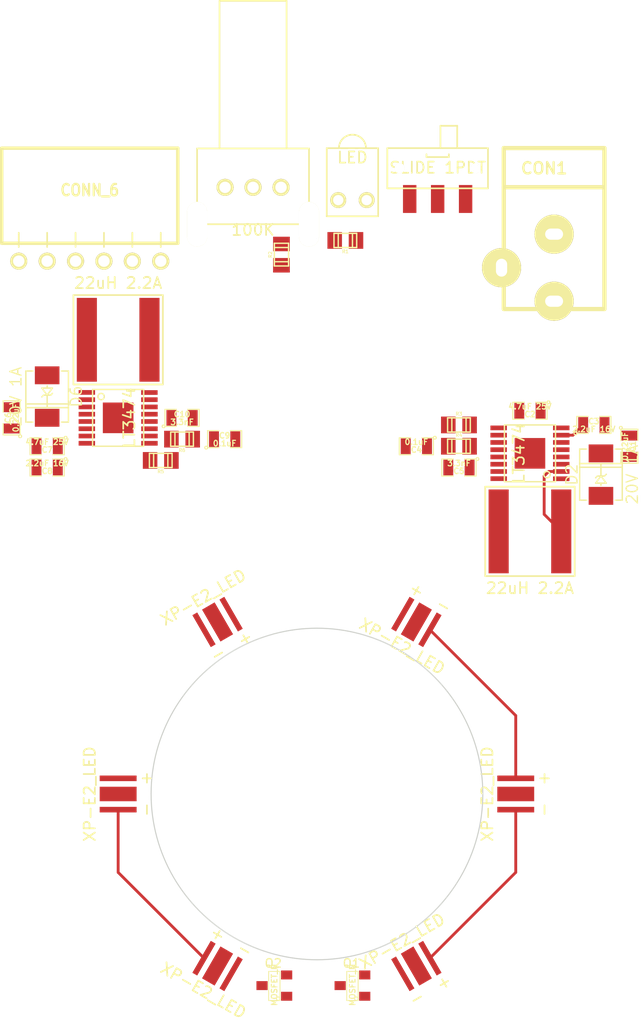
<source format=kicad_pcb>
(kicad_pcb (version 3) (host pcbnew "(2013-07-07 BZR 4022)-stable")

  (general
    (links 75)
    (no_connects 70)
    (area -28.575 -71.247 29.083 20.828)
    (thickness 1.6)
    (drawings 1)
    (tracks 12)
    (zones 0)
    (modules 35)
    (nets 29)
  )

  (page USLetter)
  (title_block 
    (title LED_Spotlight)
    (rev 1.0)
    (company "Rice University")
    (comment 1 "Adam Samaniego")
  )

  (layers
    (15 F.Cu signal)
    (0 B.Cu signal)
    (16 B.Adhes user hide)
    (17 F.Adhes user hide)
    (18 B.Paste user hide)
    (19 F.Paste user hide)
    (20 B.SilkS user hide)
    (21 F.SilkS user)
    (22 B.Mask user hide)
    (23 F.Mask user hide)
    (24 Dwgs.User user)
    (25 Cmts.User user)
    (26 Eco1.User user)
    (27 Eco2.User user)
    (28 Edge.Cuts user)
  )

  (setup
    (last_trace_width 0.254)
    (trace_clearance 0.254)
    (zone_clearance 0.508)
    (zone_45_only yes)
    (trace_min 0.254)
    (segment_width 0.2)
    (edge_width 0.1)
    (via_size 0.889)
    (via_drill 0.635)
    (via_min_size 0.889)
    (via_min_drill 0.508)
    (uvia_size 0.508)
    (uvia_drill 0.127)
    (uvias_allowed no)
    (uvia_min_size 0.508)
    (uvia_min_drill 0.127)
    (pcb_text_width 0.3)
    (pcb_text_size 1.5 1.5)
    (mod_edge_width 0.15)
    (mod_text_size 1 1)
    (mod_text_width 0.15)
    (pad_size 1.3 3.3)
    (pad_drill 0)
    (pad_to_mask_clearance 0)
    (aux_axis_origin 0 0)
    (visible_elements FFFFFFAF)
    (pcbplotparams
      (layerselection 3178497)
      (usegerberextensions true)
      (excludeedgelayer true)
      (linewidth 0.150000)
      (plotframeref false)
      (viasonmask false)
      (mode 1)
      (useauxorigin false)
      (hpglpennumber 1)
      (hpglpenspeed 20)
      (hpglpendiameter 15)
      (hpglpenoverlay 2)
      (psnegative false)
      (psa4output false)
      (plotreference true)
      (plotvalue true)
      (plotothertext true)
      (plotinvisibletext false)
      (padsonsilk false)
      (subtractmaskfromsilk false)
      (outputformat 1)
      (mirror false)
      (drillshape 1)
      (scaleselection 1)
      (outputdirectory ""))
  )

  (net 0 "")
  (net 1 +12V)
  (net 2 /LED_ARRAY_1/LED_CATHODE)
  (net 3 /LED_ARRAY_1/SHDN)
  (net 4 /LED_ARRAY_1/TRIGGER)
  (net 5 /LED_ARRAY_1/V_ADJ)
  (net 6 /LED_ARRAY_1/V_REF)
  (net 7 /LED_ARRAY_2/LED_CATHODE)
  (net 8 GND)
  (net 9 N-0000012)
  (net 10 N-0000013)
  (net 11 N-0000014)
  (net 12 N-0000015)
  (net 13 N-0000016)
  (net 14 N-0000017)
  (net 15 N-0000018)
  (net 16 N-0000019)
  (net 17 N-0000022)
  (net 18 N-0000023)
  (net 19 N-0000024)
  (net 20 N-0000025)
  (net 21 N-0000026)
  (net 22 N-0000027)
  (net 23 N-0000028)
  (net 24 N-0000029)
  (net 25 N-000003)
  (net 26 N-0000030)
  (net 27 N-0000033)
  (net 28 N-0000034)

  (net_class Default "This is the default net class."
    (clearance 0.254)
    (trace_width 0.254)
    (via_dia 0.889)
    (via_drill 0.635)
    (uvia_dia 0.508)
    (uvia_drill 0.127)
    (add_net "")
    (add_net +12V)
    (add_net /LED_ARRAY_1/LED_CATHODE)
    (add_net /LED_ARRAY_1/SHDN)
    (add_net /LED_ARRAY_1/TRIGGER)
    (add_net /LED_ARRAY_1/V_ADJ)
    (add_net /LED_ARRAY_1/V_REF)
    (add_net /LED_ARRAY_2/LED_CATHODE)
    (add_net GND)
    (add_net N-0000012)
    (add_net N-0000013)
    (add_net N-0000014)
    (add_net N-0000015)
    (add_net N-0000016)
    (add_net N-0000019)
    (add_net N-0000022)
    (add_net N-0000023)
    (add_net N-0000024)
    (add_net N-0000025)
    (add_net N-0000026)
    (add_net N-0000027)
    (add_net N-000003)
    (add_net N-0000030)
    (add_net N-0000033)
    (add_net N-0000034)
  )

  (net_class High_current_LED ""
    (clearance 0.254)
    (trace_width 1.27)
    (via_dia 0.889)
    (via_drill 0.635)
    (uvia_dia 0.508)
    (uvia_drill 0.127)
    (add_net N-0000017)
    (add_net N-0000018)
    (add_net N-0000028)
    (add_net N-0000029)
  )

  (module tssop-16-thermal-pad   placed (layer F.Cu) (tedit 52D5B2FC) (tstamp 52D61585)
    (at -17.78 -33.655 270)
    (descr "TSSOP-16 thermal")
    (tags "tssop 16 thermal")
    (path /52D1E869/52D1CE12)
    (attr smd)
    (fp_text reference U2 (at 0 0.59944 270) (layer F.SilkS) hide
      (effects (font (size 0.70104 0.59944) (thickness 0.11938)))
    )
    (fp_text value LT3474 (at 0 -1.00076 270) (layer F.SilkS)
      (effects (font (size 1.00076 1.00076) (thickness 0.14986)))
    )
    (fp_circle (center -1.905 1.524) (end -2.032 1.778) (layer F.SilkS) (width 0.127))
    (fp_line (start 2.54 -2.286) (end -2.54 -2.286) (layer F.SilkS) (width 0.127))
    (fp_line (start -2.54 -2.286) (end -2.54 2.286) (layer F.SilkS) (width 0.127))
    (fp_line (start -2.54 2.286) (end 2.54 2.286) (layer F.SilkS) (width 0.127))
    (fp_line (start 2.54 2.286) (end 2.54 -2.286) (layer F.SilkS) (width 0.127))
    (pad 4 smd rect (at -0.32512 2.79908 270) (size 0.4191 1.47066)
      (layers F.Cu F.Paste F.Mask)
      (net 1 +12V)
    )
    (pad 5 smd rect (at 0.32512 2.79908 270) (size 0.4191 1.47066)
      (layers F.Cu F.Paste F.Mask)
      (net 21 N-0000026)
    )
    (pad 6 smd rect (at 0.97536 2.79908 270) (size 0.4191 1.47066)
      (layers F.Cu F.Paste F.Mask)
      (net 20 N-0000025)
    )
    (pad 7 smd rect (at 1.6256 2.79908 270) (size 0.4191 1.47066)
      (layers F.Cu F.Paste F.Mask)
      (net 27 N-0000033)
    )
    (pad 16 smd rect (at -2.26568 -2.794 270) (size 0.4191 1.47066)
      (layers F.Cu F.Paste F.Mask)
    )
    (pad 1 smd rect (at -2.27584 2.79908 270) (size 0.4191 1.47066)
      (layers F.Cu F.Paste F.Mask)
    )
    (pad 2 smd rect (at -1.6256 2.79908 270) (size 0.4191 1.47066)
      (layers F.Cu F.Paste F.Mask)
      (net 27 N-0000033)
    )
    (pad 3 smd rect (at -0.97536 2.79908 270) (size 0.4191 1.47066)
      (layers F.Cu F.Paste F.Mask)
      (net 22 N-0000027)
    )
    (pad 9 smd rect (at 2.27584 -2.79908 270) (size 0.4191 1.47066)
      (layers F.Cu F.Paste F.Mask)
      (net 19 N-0000024)
    )
    (pad 10 smd rect (at 1.6256 -2.79908 270) (size 0.4191 1.47066)
      (layers F.Cu F.Paste F.Mask)
      (net 3 /LED_ARRAY_1/SHDN)
    )
    (pad 11 smd rect (at 0.97536 -2.79908 270) (size 0.4191 1.47066)
      (layers F.Cu F.Paste F.Mask)
    )
    (pad 12 smd rect (at 0.32512 -2.79908 270) (size 0.4191 1.47066)
      (layers F.Cu F.Paste F.Mask)
      (net 28 N-0000034)
    )
    (pad 13 smd rect (at -0.32512 -2.79908 270) (size 0.4191 1.47066)
      (layers F.Cu F.Paste F.Mask)
      (net 5 /LED_ARRAY_1/V_ADJ)
    )
    (pad 14 smd rect (at -0.97536 -2.79908 270) (size 0.4191 1.47066)
      (layers F.Cu F.Paste F.Mask)
      (net 4 /LED_ARRAY_1/TRIGGER)
    )
    (pad 8 smd rect (at 2.27584 2.79908 270) (size 0.4191 1.47066)
      (layers F.Cu F.Paste F.Mask)
      (net 8 GND)
    )
    (pad 15 smd rect (at -1.6256 -2.794 270) (size 0.4191 1.47066)
      (layers F.Cu F.Paste F.Mask)
      (net 8 GND)
    )
    (pad 17 smd rect (at 0 0 270) (size 2.74 2.74)
      (layers F.Cu F.Paste F.Mask)
      (net 8 GND)
    )
    (model smd/smd_dil/tssop-16.wrl
      (at (xyz 0 0 0))
      (scale (xyz 1 1 1))
      (rotate (xyz 0 0 0))
    )
  )

  (module tssop-16-thermal-pad   placed (layer F.Cu) (tedit 52D5B2FC) (tstamp 52D6159F)
    (at 19.05 -30.48 90)
    (descr "TSSOP-16 thermal")
    (tags "tssop 16 thermal")
    (path /52D1CCA6/52D1CE12)
    (attr smd)
    (fp_text reference U1 (at 0 0.59944 90) (layer F.SilkS) hide
      (effects (font (size 0.70104 0.59944) (thickness 0.11938)))
    )
    (fp_text value LT3474 (at 0 -1.00076 90) (layer F.SilkS)
      (effects (font (size 1.00076 1.00076) (thickness 0.14986)))
    )
    (fp_circle (center -1.905 1.524) (end -2.032 1.778) (layer F.SilkS) (width 0.127))
    (fp_line (start 2.54 -2.286) (end -2.54 -2.286) (layer F.SilkS) (width 0.127))
    (fp_line (start -2.54 -2.286) (end -2.54 2.286) (layer F.SilkS) (width 0.127))
    (fp_line (start -2.54 2.286) (end 2.54 2.286) (layer F.SilkS) (width 0.127))
    (fp_line (start 2.54 2.286) (end 2.54 -2.286) (layer F.SilkS) (width 0.127))
    (pad 4 smd rect (at -0.32512 2.79908 90) (size 0.4191 1.47066)
      (layers F.Cu F.Paste F.Mask)
      (net 1 +12V)
    )
    (pad 5 smd rect (at 0.32512 2.79908 90) (size 0.4191 1.47066)
      (layers F.Cu F.Paste F.Mask)
      (net 12 N-0000015)
    )
    (pad 6 smd rect (at 0.97536 2.79908 90) (size 0.4191 1.47066)
      (layers F.Cu F.Paste F.Mask)
      (net 10 N-0000013)
    )
    (pad 7 smd rect (at 1.6256 2.79908 90) (size 0.4191 1.47066)
      (layers F.Cu F.Paste F.Mask)
      (net 17 N-0000022)
    )
    (pad 16 smd rect (at -2.26568 -2.794 90) (size 0.4191 1.47066)
      (layers F.Cu F.Paste F.Mask)
    )
    (pad 1 smd rect (at -2.27584 2.79908 90) (size 0.4191 1.47066)
      (layers F.Cu F.Paste F.Mask)
    )
    (pad 2 smd rect (at -1.6256 2.79908 90) (size 0.4191 1.47066)
      (layers F.Cu F.Paste F.Mask)
      (net 17 N-0000022)
    )
    (pad 3 smd rect (at -0.97536 2.79908 90) (size 0.4191 1.47066)
      (layers F.Cu F.Paste F.Mask)
      (net 13 N-0000016)
    )
    (pad 9 smd rect (at 2.27584 -2.79908 90) (size 0.4191 1.47066)
      (layers F.Cu F.Paste F.Mask)
      (net 11 N-0000014)
    )
    (pad 10 smd rect (at 1.6256 -2.79908 90) (size 0.4191 1.47066)
      (layers F.Cu F.Paste F.Mask)
      (net 3 /LED_ARRAY_1/SHDN)
    )
    (pad 11 smd rect (at 0.97536 -2.79908 90) (size 0.4191 1.47066)
      (layers F.Cu F.Paste F.Mask)
      (net 6 /LED_ARRAY_1/V_REF)
    )
    (pad 12 smd rect (at 0.32512 -2.79908 90) (size 0.4191 1.47066)
      (layers F.Cu F.Paste F.Mask)
      (net 18 N-0000023)
    )
    (pad 13 smd rect (at -0.32512 -2.79908 90) (size 0.4191 1.47066)
      (layers F.Cu F.Paste F.Mask)
      (net 5 /LED_ARRAY_1/V_ADJ)
    )
    (pad 14 smd rect (at -0.97536 -2.79908 90) (size 0.4191 1.47066)
      (layers F.Cu F.Paste F.Mask)
      (net 4 /LED_ARRAY_1/TRIGGER)
    )
    (pad 8 smd rect (at 2.27584 2.79908 90) (size 0.4191 1.47066)
      (layers F.Cu F.Paste F.Mask)
      (net 8 GND)
    )
    (pad 15 smd rect (at -1.6256 -2.794 90) (size 0.4191 1.47066)
      (layers F.Cu F.Paste F.Mask)
      (net 8 GND)
    )
    (pad 17 smd rect (at 0 0 90) (size 2.74 2.74)
      (layers F.Cu F.Paste F.Mask)
      (net 8 GND)
    )
    (model smd/smd_dil/tssop-16.wrl
      (at (xyz 0 0 0))
      (scale (xyz 1 1 1))
      (rotate (xyz 0 0 0))
    )
  )

  (module SW_SPDT_slide_SMT   placed (layer F.Cu) (tedit 52D5B74C) (tstamp 52D615B2)
    (at 10.795 -53.2384 180)
    (path /52D1C07B)
    (fp_text reference SW1 (at 0 -2.54 180) (layer F.SilkS) hide
      (effects (font (size 1 1) (thickness 0.15)))
    )
    (fp_text value "SLIDE 1PDT" (at 0 2.8 180) (layer F.SilkS)
      (effects (font (size 1 1) (thickness 0.15)))
    )
    (fp_line (start -1 4) (end -1 3.75) (layer F.SilkS) (width 0.15))
    (fp_line (start -1 3.75) (end 1 3.75) (layer F.SilkS) (width 0.15))
    (fp_line (start 1 3.75) (end 1 4) (layer F.SilkS) (width 0.15))
    (fp_line (start -1.75 4.55) (end -1.75 6.55) (layer F.SilkS) (width 0.15))
    (fp_line (start -1.75 6.55) (end -0.25 6.55) (layer F.SilkS) (width 0.15))
    (fp_line (start -0.25 4.55) (end -0.25 6.55) (layer F.SilkS) (width 0.15))
    (fp_line (start -4.5 0.95) (end 4.5 0.95) (layer F.SilkS) (width 0.15))
    (fp_line (start 4.5 0.95) (end 4.5 4.55) (layer F.SilkS) (width 0.15))
    (fp_line (start -4.5 4.55) (end 4.5 4.55) (layer F.SilkS) (width 0.15))
    (fp_line (start -4.5 0.95) (end -4.5 4.55) (layer F.SilkS) (width 0.15))
    (pad 1 smd rect (at -2.5 0 180) (size 1.2 2.5)
      (layers F.Cu F.Paste F.Mask)
      (net 8 GND)
    )
    (pad 2 smd rect (at 0 0 180) (size 1.2 2.5)
      (layers F.Cu F.Paste F.Mask)
      (net 3 /LED_ARRAY_1/SHDN)
    )
    (pad 3 smd rect (at 2.5 0 180) (size 1.2 2.5)
      (layers F.Cu F.Paste F.Mask)
      (net 1 +12V)
    )
    (pad "" np_thru_hole circle (at 3.4 2.75 180) (size 0.9 0.9) (drill 0.9)
      (layers *.Cu *.Mask F.SilkS)
    )
    (pad "" np_thru_hole circle (at -3.4 2.75 180) (size 0.9 0.9) (drill 0.9)
      (layers *.Cu *.Mask F.SilkS)
    )
  )

  (module SOT23   placed (layer F.Cu) (tedit 5051A6D7) (tstamp 52D615BE)
    (at 3.175 17.145 90)
    (tags SOT23)
    (path /52D1C384)
    (fp_text reference Q1 (at 1.99898 -0.09906 180) (layer F.SilkS)
      (effects (font (size 0.762 0.762) (thickness 0.11938)))
    )
    (fp_text value MOSFET_N (at 0.0635 0 90) (layer F.SilkS)
      (effects (font (size 0.50038 0.50038) (thickness 0.09906)))
    )
    (fp_circle (center -1.17602 0.35052) (end -1.30048 0.44958) (layer F.SilkS) (width 0.07874))
    (fp_line (start 1.27 -0.508) (end 1.27 0.508) (layer F.SilkS) (width 0.07874))
    (fp_line (start -1.3335 -0.508) (end -1.3335 0.508) (layer F.SilkS) (width 0.07874))
    (fp_line (start 1.27 0.508) (end -1.3335 0.508) (layer F.SilkS) (width 0.07874))
    (fp_line (start -1.3335 -0.508) (end 1.27 -0.508) (layer F.SilkS) (width 0.07874))
    (pad 3 smd rect (at 0 -1.09982 90) (size 0.8001 1.00076)
      (layers F.Cu F.Paste F.Mask)
      (net 2 /LED_ARRAY_1/LED_CATHODE)
    )
    (pad 2 smd rect (at 0.9525 1.09982 90) (size 0.8001 1.00076)
      (layers F.Cu F.Paste F.Mask)
      (net 8 GND)
    )
    (pad 1 smd rect (at -0.9525 1.09982 90) (size 0.8001 1.00076)
      (layers F.Cu F.Paste F.Mask)
      (net 4 /LED_ARRAY_1/TRIGGER)
    )
    (model smd\SOT23_3.wrl
      (at (xyz 0 0 0))
      (scale (xyz 0.4 0.4 0.4))
      (rotate (xyz 0 0 180))
    )
  )

  (module SOT23   placed (layer F.Cu) (tedit 5051A6D7) (tstamp 52D615CA)
    (at -3.81 17.145 90)
    (tags SOT23)
    (path /52D1E859)
    (fp_text reference Q2 (at 1.99898 -0.09906 180) (layer F.SilkS)
      (effects (font (size 0.762 0.762) (thickness 0.11938)))
    )
    (fp_text value MOSFET_N (at 0.0635 0 90) (layer F.SilkS)
      (effects (font (size 0.50038 0.50038) (thickness 0.09906)))
    )
    (fp_circle (center -1.17602 0.35052) (end -1.30048 0.44958) (layer F.SilkS) (width 0.07874))
    (fp_line (start 1.27 -0.508) (end 1.27 0.508) (layer F.SilkS) (width 0.07874))
    (fp_line (start -1.3335 -0.508) (end -1.3335 0.508) (layer F.SilkS) (width 0.07874))
    (fp_line (start 1.27 0.508) (end -1.3335 0.508) (layer F.SilkS) (width 0.07874))
    (fp_line (start -1.3335 -0.508) (end 1.27 -0.508) (layer F.SilkS) (width 0.07874))
    (pad 3 smd rect (at 0 -1.09982 90) (size 0.8001 1.00076)
      (layers F.Cu F.Paste F.Mask)
      (net 7 /LED_ARRAY_2/LED_CATHODE)
    )
    (pad 2 smd rect (at 0.9525 1.09982 90) (size 0.8001 1.00076)
      (layers F.Cu F.Paste F.Mask)
      (net 8 GND)
    )
    (pad 1 smd rect (at -0.9525 1.09982 90) (size 0.8001 1.00076)
      (layers F.Cu F.Paste F.Mask)
      (net 4 /LED_ARRAY_1/TRIGGER)
    )
    (model smd\SOT23_3.wrl
      (at (xyz 0 0 0))
      (scale (xyz 0.4 0.4 0.4))
      (rotate (xyz 0 0 180))
    )
  )

  (module SM0805   placed (layer F.Cu) (tedit 5091495C) (tstamp 52D615D7)
    (at -24.13 -31.115 180)
    (path /52D1E869/52D1CECF)
    (attr smd)
    (fp_text reference C7 (at 0 -0.3175 180) (layer F.SilkS)
      (effects (font (size 0.50038 0.50038) (thickness 0.10922)))
    )
    (fp_text value "4.7uF 25V" (at 0 0.381 180) (layer F.SilkS)
      (effects (font (size 0.50038 0.50038) (thickness 0.10922)))
    )
    (fp_circle (center -1.651 0.762) (end -1.651 0.635) (layer F.SilkS) (width 0.09906))
    (fp_line (start -0.508 0.762) (end -1.524 0.762) (layer F.SilkS) (width 0.09906))
    (fp_line (start -1.524 0.762) (end -1.524 -0.762) (layer F.SilkS) (width 0.09906))
    (fp_line (start -1.524 -0.762) (end -0.508 -0.762) (layer F.SilkS) (width 0.09906))
    (fp_line (start 0.508 -0.762) (end 1.524 -0.762) (layer F.SilkS) (width 0.09906))
    (fp_line (start 1.524 -0.762) (end 1.524 0.762) (layer F.SilkS) (width 0.09906))
    (fp_line (start 1.524 0.762) (end 0.508 0.762) (layer F.SilkS) (width 0.09906))
    (pad 1 smd rect (at -0.9525 0 180) (size 0.889 1.397)
      (layers F.Cu F.Paste F.Mask)
      (net 1 +12V)
    )
    (pad 2 smd rect (at 0.9525 0 180) (size 0.889 1.397)
      (layers F.Cu F.Paste F.Mask)
      (net 8 GND)
    )
    (model smd/chip_cms.wrl
      (at (xyz 0 0 0))
      (scale (xyz 0.1 0.1 0.1))
      (rotate (xyz 0 0 0))
    )
  )

  (module SM0805   placed (layer F.Cu) (tedit 5091495C) (tstamp 52D615E4)
    (at -24.13 -29.21 180)
    (path /52D1E869/52D1CE89)
    (attr smd)
    (fp_text reference C8 (at 0 -0.3175 180) (layer F.SilkS)
      (effects (font (size 0.50038 0.50038) (thickness 0.10922)))
    )
    (fp_text value "2.2uF 16V" (at 0 0.381 180) (layer F.SilkS)
      (effects (font (size 0.50038 0.50038) (thickness 0.10922)))
    )
    (fp_circle (center -1.651 0.762) (end -1.651 0.635) (layer F.SilkS) (width 0.09906))
    (fp_line (start -0.508 0.762) (end -1.524 0.762) (layer F.SilkS) (width 0.09906))
    (fp_line (start -1.524 0.762) (end -1.524 -0.762) (layer F.SilkS) (width 0.09906))
    (fp_line (start -1.524 -0.762) (end -0.508 -0.762) (layer F.SilkS) (width 0.09906))
    (fp_line (start 0.508 -0.762) (end 1.524 -0.762) (layer F.SilkS) (width 0.09906))
    (fp_line (start 1.524 -0.762) (end 1.524 0.762) (layer F.SilkS) (width 0.09906))
    (fp_line (start 1.524 0.762) (end 0.508 0.762) (layer F.SilkS) (width 0.09906))
    (pad 1 smd rect (at -0.9525 0 180) (size 0.889 1.397)
      (layers F.Cu F.Paste F.Mask)
      (net 27 N-0000033)
    )
    (pad 2 smd rect (at 0.9525 0 180) (size 0.889 1.397)
      (layers F.Cu F.Paste F.Mask)
      (net 8 GND)
    )
    (model smd/chip_cms.wrl
      (at (xyz 0 0 0))
      (scale (xyz 0.1 0.1 0.1))
      (rotate (xyz 0 0 0))
    )
  )

  (module SM0805   placed (layer F.Cu) (tedit 5091495C) (tstamp 52D615F1)
    (at -12.065 -33.655)
    (path /52D1E869/52D1CE44)
    (attr smd)
    (fp_text reference C10 (at 0 -0.3175) (layer F.SilkS)
      (effects (font (size 0.50038 0.50038) (thickness 0.10922)))
    )
    (fp_text value 3.3nF (at 0 0.381) (layer F.SilkS)
      (effects (font (size 0.50038 0.50038) (thickness 0.10922)))
    )
    (fp_circle (center -1.651 0.762) (end -1.651 0.635) (layer F.SilkS) (width 0.09906))
    (fp_line (start -0.508 0.762) (end -1.524 0.762) (layer F.SilkS) (width 0.09906))
    (fp_line (start -1.524 0.762) (end -1.524 -0.762) (layer F.SilkS) (width 0.09906))
    (fp_line (start -1.524 -0.762) (end -0.508 -0.762) (layer F.SilkS) (width 0.09906))
    (fp_line (start 0.508 -0.762) (end 1.524 -0.762) (layer F.SilkS) (width 0.09906))
    (fp_line (start 1.524 -0.762) (end 1.524 0.762) (layer F.SilkS) (width 0.09906))
    (fp_line (start 1.524 0.762) (end 0.508 0.762) (layer F.SilkS) (width 0.09906))
    (pad 1 smd rect (at -0.9525 0) (size 0.889 1.397)
      (layers F.Cu F.Paste F.Mask)
      (net 28 N-0000034)
    )
    (pad 2 smd rect (at 0.9525 0) (size 0.889 1.397)
      (layers F.Cu F.Paste F.Mask)
      (net 8 GND)
    )
    (model smd/chip_cms.wrl
      (at (xyz 0 0 0))
      (scale (xyz 0.1 0.1 0.1))
      (rotate (xyz 0 0 0))
    )
  )

  (module SM0805   placed (layer F.Cu) (tedit 5091495C) (tstamp 52D615FE)
    (at -8.255 -31.75)
    (path /52D1E869/52D1CE2A)
    (attr smd)
    (fp_text reference C9 (at 0 -0.3175) (layer F.SilkS)
      (effects (font (size 0.50038 0.50038) (thickness 0.10922)))
    )
    (fp_text value 0.1uF (at 0 0.381) (layer F.SilkS)
      (effects (font (size 0.50038 0.50038) (thickness 0.10922)))
    )
    (fp_circle (center -1.651 0.762) (end -1.651 0.635) (layer F.SilkS) (width 0.09906))
    (fp_line (start -0.508 0.762) (end -1.524 0.762) (layer F.SilkS) (width 0.09906))
    (fp_line (start -1.524 0.762) (end -1.524 -0.762) (layer F.SilkS) (width 0.09906))
    (fp_line (start -1.524 -0.762) (end -0.508 -0.762) (layer F.SilkS) (width 0.09906))
    (fp_line (start 0.508 -0.762) (end 1.524 -0.762) (layer F.SilkS) (width 0.09906))
    (fp_line (start 1.524 -0.762) (end 1.524 0.762) (layer F.SilkS) (width 0.09906))
    (fp_line (start 1.524 0.762) (end 0.508 0.762) (layer F.SilkS) (width 0.09906))
    (pad 1 smd rect (at -0.9525 0) (size 0.889 1.397)
      (layers F.Cu F.Paste F.Mask)
      (net 26 N-0000030)
    )
    (pad 2 smd rect (at 0.9525 0) (size 0.889 1.397)
      (layers F.Cu F.Paste F.Mask)
      (net 8 GND)
    )
    (model smd/chip_cms.wrl
      (at (xyz 0 0 0))
      (scale (xyz 0.1 0.1 0.1))
      (rotate (xyz 0 0 0))
    )
  )

  (module SM0805   placed (layer F.Cu) (tedit 5091495C) (tstamp 52D6160B)
    (at -27.305 -33.655 90)
    (path /52D1E869/52D1CE18)
    (attr smd)
    (fp_text reference C6 (at 0 -0.3175 90) (layer F.SilkS)
      (effects (font (size 0.50038 0.50038) (thickness 0.10922)))
    )
    (fp_text value 0.22uF (at 0 0.381 90) (layer F.SilkS)
      (effects (font (size 0.50038 0.50038) (thickness 0.10922)))
    )
    (fp_circle (center -1.651 0.762) (end -1.651 0.635) (layer F.SilkS) (width 0.09906))
    (fp_line (start -0.508 0.762) (end -1.524 0.762) (layer F.SilkS) (width 0.09906))
    (fp_line (start -1.524 0.762) (end -1.524 -0.762) (layer F.SilkS) (width 0.09906))
    (fp_line (start -1.524 -0.762) (end -0.508 -0.762) (layer F.SilkS) (width 0.09906))
    (fp_line (start 0.508 -0.762) (end 1.524 -0.762) (layer F.SilkS) (width 0.09906))
    (fp_line (start 1.524 -0.762) (end 1.524 0.762) (layer F.SilkS) (width 0.09906))
    (fp_line (start 1.524 0.762) (end 0.508 0.762) (layer F.SilkS) (width 0.09906))
    (pad 1 smd rect (at -0.9525 0 90) (size 0.889 1.397)
      (layers F.Cu F.Paste F.Mask)
      (net 20 N-0000025)
    )
    (pad 2 smd rect (at 0.9525 0 90) (size 0.889 1.397)
      (layers F.Cu F.Paste F.Mask)
      (net 21 N-0000026)
    )
    (model smd/chip_cms.wrl
      (at (xyz 0 0 0))
      (scale (xyz 0.1 0.1 0.1))
      (rotate (xyz 0 0 0))
    )
  )

  (module SM0805   placed (layer F.Cu) (tedit 5091495C) (tstamp 52D61618)
    (at 19.05 -34.29 180)
    (path /52D1CCA6/52D1CECF)
    (attr smd)
    (fp_text reference C2 (at 0 -0.3175 180) (layer F.SilkS)
      (effects (font (size 0.50038 0.50038) (thickness 0.10922)))
    )
    (fp_text value "4.7uF 25V" (at 0 0.381 180) (layer F.SilkS)
      (effects (font (size 0.50038 0.50038) (thickness 0.10922)))
    )
    (fp_circle (center -1.651 0.762) (end -1.651 0.635) (layer F.SilkS) (width 0.09906))
    (fp_line (start -0.508 0.762) (end -1.524 0.762) (layer F.SilkS) (width 0.09906))
    (fp_line (start -1.524 0.762) (end -1.524 -0.762) (layer F.SilkS) (width 0.09906))
    (fp_line (start -1.524 -0.762) (end -0.508 -0.762) (layer F.SilkS) (width 0.09906))
    (fp_line (start 0.508 -0.762) (end 1.524 -0.762) (layer F.SilkS) (width 0.09906))
    (fp_line (start 1.524 -0.762) (end 1.524 0.762) (layer F.SilkS) (width 0.09906))
    (fp_line (start 1.524 0.762) (end 0.508 0.762) (layer F.SilkS) (width 0.09906))
    (pad 1 smd rect (at -0.9525 0 180) (size 0.889 1.397)
      (layers F.Cu F.Paste F.Mask)
      (net 1 +12V)
    )
    (pad 2 smd rect (at 0.9525 0 180) (size 0.889 1.397)
      (layers F.Cu F.Paste F.Mask)
      (net 8 GND)
    )
    (model smd/chip_cms.wrl
      (at (xyz 0 0 0))
      (scale (xyz 0.1 0.1 0.1))
      (rotate (xyz 0 0 0))
    )
  )

  (module SM0805   placed (layer F.Cu) (tedit 5091495C) (tstamp 52D61625)
    (at 24.765 -33.02)
    (path /52D1CCA6/52D1CE89)
    (attr smd)
    (fp_text reference C3 (at 0 -0.3175) (layer F.SilkS)
      (effects (font (size 0.50038 0.50038) (thickness 0.10922)))
    )
    (fp_text value "2.2uF 16V" (at 0 0.381) (layer F.SilkS)
      (effects (font (size 0.50038 0.50038) (thickness 0.10922)))
    )
    (fp_circle (center -1.651 0.762) (end -1.651 0.635) (layer F.SilkS) (width 0.09906))
    (fp_line (start -0.508 0.762) (end -1.524 0.762) (layer F.SilkS) (width 0.09906))
    (fp_line (start -1.524 0.762) (end -1.524 -0.762) (layer F.SilkS) (width 0.09906))
    (fp_line (start -1.524 -0.762) (end -0.508 -0.762) (layer F.SilkS) (width 0.09906))
    (fp_line (start 0.508 -0.762) (end 1.524 -0.762) (layer F.SilkS) (width 0.09906))
    (fp_line (start 1.524 -0.762) (end 1.524 0.762) (layer F.SilkS) (width 0.09906))
    (fp_line (start 1.524 0.762) (end 0.508 0.762) (layer F.SilkS) (width 0.09906))
    (pad 1 smd rect (at -0.9525 0) (size 0.889 1.397)
      (layers F.Cu F.Paste F.Mask)
      (net 17 N-0000022)
    )
    (pad 2 smd rect (at 0.9525 0) (size 0.889 1.397)
      (layers F.Cu F.Paste F.Mask)
      (net 8 GND)
    )
    (model smd/chip_cms.wrl
      (at (xyz 0 0 0))
      (scale (xyz 0.1 0.1 0.1))
      (rotate (xyz 0 0 0))
    )
  )

  (module SM0805   placed (layer F.Cu) (tedit 5091495C) (tstamp 52D61632)
    (at 12.7 -29.21 180)
    (path /52D1CCA6/52D1CE44)
    (attr smd)
    (fp_text reference C5 (at 0 -0.3175 180) (layer F.SilkS)
      (effects (font (size 0.50038 0.50038) (thickness 0.10922)))
    )
    (fp_text value 3.3nF (at 0 0.381 180) (layer F.SilkS)
      (effects (font (size 0.50038 0.50038) (thickness 0.10922)))
    )
    (fp_circle (center -1.651 0.762) (end -1.651 0.635) (layer F.SilkS) (width 0.09906))
    (fp_line (start -0.508 0.762) (end -1.524 0.762) (layer F.SilkS) (width 0.09906))
    (fp_line (start -1.524 0.762) (end -1.524 -0.762) (layer F.SilkS) (width 0.09906))
    (fp_line (start -1.524 -0.762) (end -0.508 -0.762) (layer F.SilkS) (width 0.09906))
    (fp_line (start 0.508 -0.762) (end 1.524 -0.762) (layer F.SilkS) (width 0.09906))
    (fp_line (start 1.524 -0.762) (end 1.524 0.762) (layer F.SilkS) (width 0.09906))
    (fp_line (start 1.524 0.762) (end 0.508 0.762) (layer F.SilkS) (width 0.09906))
    (pad 1 smd rect (at -0.9525 0 180) (size 0.889 1.397)
      (layers F.Cu F.Paste F.Mask)
      (net 18 N-0000023)
    )
    (pad 2 smd rect (at 0.9525 0 180) (size 0.889 1.397)
      (layers F.Cu F.Paste F.Mask)
      (net 8 GND)
    )
    (model smd/chip_cms.wrl
      (at (xyz 0 0 0))
      (scale (xyz 0.1 0.1 0.1))
      (rotate (xyz 0 0 0))
    )
  )

  (module SM0805   placed (layer F.Cu) (tedit 5091495C) (tstamp 52D6163F)
    (at 27.94 -31.115 270)
    (path /52D1CCA6/52D1CE18)
    (attr smd)
    (fp_text reference C1 (at 0 -0.3175 270) (layer F.SilkS)
      (effects (font (size 0.50038 0.50038) (thickness 0.10922)))
    )
    (fp_text value 0.22uF (at 0 0.381 270) (layer F.SilkS)
      (effects (font (size 0.50038 0.50038) (thickness 0.10922)))
    )
    (fp_circle (center -1.651 0.762) (end -1.651 0.635) (layer F.SilkS) (width 0.09906))
    (fp_line (start -0.508 0.762) (end -1.524 0.762) (layer F.SilkS) (width 0.09906))
    (fp_line (start -1.524 0.762) (end -1.524 -0.762) (layer F.SilkS) (width 0.09906))
    (fp_line (start -1.524 -0.762) (end -0.508 -0.762) (layer F.SilkS) (width 0.09906))
    (fp_line (start 0.508 -0.762) (end 1.524 -0.762) (layer F.SilkS) (width 0.09906))
    (fp_line (start 1.524 -0.762) (end 1.524 0.762) (layer F.SilkS) (width 0.09906))
    (fp_line (start 1.524 0.762) (end 0.508 0.762) (layer F.SilkS) (width 0.09906))
    (pad 1 smd rect (at -0.9525 0 270) (size 0.889 1.397)
      (layers F.Cu F.Paste F.Mask)
      (net 10 N-0000013)
    )
    (pad 2 smd rect (at 0.9525 0 270) (size 0.889 1.397)
      (layers F.Cu F.Paste F.Mask)
      (net 12 N-0000015)
    )
    (model smd/chip_cms.wrl
      (at (xyz 0 0 0))
      (scale (xyz 0.1 0.1 0.1))
      (rotate (xyz 0 0 0))
    )
  )

  (module SM0805   placed (layer F.Cu) (tedit 5091495C) (tstamp 52D6164C)
    (at 8.89 -31.115 180)
    (path /52D1CCA6/52D1CE2A)
    (attr smd)
    (fp_text reference C4 (at 0 -0.3175 180) (layer F.SilkS)
      (effects (font (size 0.50038 0.50038) (thickness 0.10922)))
    )
    (fp_text value 0.1uF (at 0 0.381 180) (layer F.SilkS)
      (effects (font (size 0.50038 0.50038) (thickness 0.10922)))
    )
    (fp_circle (center -1.651 0.762) (end -1.651 0.635) (layer F.SilkS) (width 0.09906))
    (fp_line (start -0.508 0.762) (end -1.524 0.762) (layer F.SilkS) (width 0.09906))
    (fp_line (start -1.524 0.762) (end -1.524 -0.762) (layer F.SilkS) (width 0.09906))
    (fp_line (start -1.524 -0.762) (end -0.508 -0.762) (layer F.SilkS) (width 0.09906))
    (fp_line (start 0.508 -0.762) (end 1.524 -0.762) (layer F.SilkS) (width 0.09906))
    (fp_line (start 1.524 -0.762) (end 1.524 0.762) (layer F.SilkS) (width 0.09906))
    (fp_line (start 1.524 0.762) (end 0.508 0.762) (layer F.SilkS) (width 0.09906))
    (pad 1 smd rect (at -0.9525 0 180) (size 0.889 1.397)
      (layers F.Cu F.Paste F.Mask)
      (net 16 N-0000019)
    )
    (pad 2 smd rect (at 0.9525 0 180) (size 0.889 1.397)
      (layers F.Cu F.Paste F.Mask)
      (net 8 GND)
    )
    (model smd/chip_cms.wrl
      (at (xyz 0 0 0))
      (scale (xyz 0.1 0.1 0.1))
      (rotate (xyz 0 0 0))
    )
  )

  (module PIN_ARRAY-6X1-RA   placed (layer F.Cu) (tedit 52D5BB3B) (tstamp 52D61660)
    (at -20.32 -47.6758 180)
    (descr "6 pins .100\" right angle")
    (tags "conn 6 pin .100 right angle")
    (path /52D5BA5A)
    (fp_text reference P1 (at 0 8.89 180) (layer F.SilkS) hide
      (effects (font (size 1.016 1.016) (thickness 0.2032)))
    )
    (fp_text value CONN_6 (at 0 6.35 180) (layer F.SilkS)
      (effects (font (size 1.016 0.889) (thickness 0.2032)))
    )
    (fp_line (start 6.35 1.27) (end 6.35 2.54) (layer F.SilkS) (width 0.15))
    (fp_line (start 3.81 1.27) (end 3.81 2.54) (layer F.SilkS) (width 0.15))
    (fp_line (start 1.27 1.27) (end 1.27 2.54) (layer F.SilkS) (width 0.15))
    (fp_line (start -1.27 1.27) (end -1.27 2.54) (layer F.SilkS) (width 0.15))
    (fp_line (start -3.81 1.27) (end -3.81 2.54) (layer F.SilkS) (width 0.15))
    (fp_line (start -6.35 1.27) (end -6.35 2.54) (layer F.SilkS) (width 0.15))
    (fp_line (start -7.874 1.6002) (end -7.874 10.1092) (layer F.SilkS) (width 0.3048))
    (fp_line (start -7.874 1.6002) (end 7.874 1.6002) (layer F.SilkS) (width 0.3048))
    (fp_line (start 7.874 1.6002) (end 7.874 10.1092) (layer F.SilkS) (width 0.3048))
    (fp_line (start -7.874 10.1092) (end 7.874 10.1092) (layer F.SilkS) (width 0.3048))
    (pad 1 thru_hole circle (at -6.35 0 180) (size 1.524 1.524) (drill 1.016)
      (layers *.Cu *.Mask F.SilkS)
      (net 8 GND)
    )
    (pad 2 thru_hole circle (at -3.81 0 180) (size 1.524 1.524) (drill 1.016)
      (layers *.Cu *.Mask F.SilkS)
      (net 5 /LED_ARRAY_1/V_ADJ)
    )
    (pad 3 thru_hole circle (at -1.27 0 180) (size 1.524 1.524) (drill 1.016)
      (layers *.Cu *.Mask F.SilkS)
      (net 6 /LED_ARRAY_1/V_REF)
    )
    (pad 4 thru_hole circle (at 1.27 0 180) (size 1.524 1.524) (drill 1.016)
      (layers *.Cu *.Mask F.SilkS)
      (net 4 /LED_ARRAY_1/TRIGGER)
    )
    (pad 5 thru_hole circle (at 3.81 0 180) (size 1.524 1.524) (drill 1.016)
      (layers *.Cu *.Mask F.SilkS)
    )
    (pad 6 thru_hole circle (at 6.35 0 180) (size 1.524 1.524) (drill 1.016)
      (layers *.Cu *.Mask F.SilkS)
      (net 1 +12V)
    )
    (model pin_array/pins_array_6x1.wrl
      (at (xyz 0 0 0))
      (scale (xyz 1 1 1))
      (rotate (xyz 0 0 0))
    )
  )

  (module LED_right_angle_3mm   placed (layer F.Cu) (tedit 52D5A7B1) (tstamp 52D6166D)
    (at 4.445 -53.1368 180)
    (descr "LED right angle 3mm")
    (tags "LED right angle 3mm")
    (path /52D42145)
    (fp_text reference D1 (at 1.27 -2.54 180) (layer F.SilkS) hide
      (effects (font (size 1 1) (thickness 0.15)))
    )
    (fp_text value LED (at 1.27 3.81 180) (layer F.SilkS)
      (effects (font (size 1 1) (thickness 0.15)))
    )
    (fp_arc (start 1.27 4.6482) (end 0.0635 4.6482) (angle -180) (layer F.SilkS) (width 0.15))
    (fp_line (start -1.0287 -1.4478) (end -1.0287 4.6482) (layer F.SilkS) (width 0.15))
    (fp_line (start -1.0287 4.6482) (end 3.5687 4.6482) (layer F.SilkS) (width 0.15))
    (fp_line (start 3.5687 -1.4478) (end 3.5687 4.6482) (layer F.SilkS) (width 0.15))
    (fp_line (start -1.0287 -1.4478) (end 3.5687 -1.4478) (layer F.SilkS) (width 0.15))
    (fp_text user - (at 2.54 2.54 180) (layer F.SilkS) hide
      (effects (font (size 1 1) (thickness 0.15)))
    )
    (fp_text user + (at 0 2.54 180) (layer F.SilkS) hide
      (effects (font (size 1 1) (thickness 0.15)))
    )
    (pad 1 thru_hole circle (at 0 0 180) (size 1.4224 1.4224) (drill 0.9144)
      (layers *.Cu *.Mask F.SilkS)
      (net 3 /LED_ARRAY_1/SHDN)
    )
    (pad 2 thru_hole circle (at 2.54 0 180) (size 1.4224 1.4224) (drill 0.9144)
      (layers *.Cu *.Mask F.SilkS)
      (net 25 N-000003)
    )
  )

  (module LED_cree_xml   placed (layer F.Cu) (tedit 52D5AD6C) (tstamp 52D61676)
    (at -8.89 15.3924 150)
    (path /52D1E869/52D1CE63)
    (fp_text reference D9 (at 0 -5.08 150) (layer F.SilkS) hide
      (effects (font (size 1 1) (thickness 0.15)))
    )
    (fp_text value XP-E2_LED (at 0 -2.54 150) (layer F.SilkS)
      (effects (font (size 1 1) (thickness 0.15)))
    )
    (fp_text user - (at -1.4 2.5 150) (layer F.SilkS)
      (effects (font (size 1 1) (thickness 0.15)))
    )
    (fp_text user + (at 1.4 2.5 150) (layer F.SilkS)
      (effects (font (size 1 1) (thickness 0.15)))
    )
    (pad 2 smd rect (at -1.4 0 150) (size 0.5 3.3)
      (layers F.Cu F.Paste F.Mask)
      (net 7 /LED_ARRAY_2/LED_CATHODE)
    )
    (pad 1 smd rect (at 1.4 0 150) (size 0.5 3.3)
      (layers F.Cu F.Paste F.Mask)
      (net 23 N-0000028)
    )
    (pad 3 smd rect (at 0 0 150) (size 1.3 3.3)
      (layers F.Cu F.Paste F.Mask)
    )
  )

  (module LED_cree_xml   placed (layer F.Cu) (tedit 52D5AD6C) (tstamp 52D6167F)
    (at 8.89 -15.3924 150)
    (path /52D1CCA6/52D1CE57)
    (fp_text reference D3 (at 0 -5.08 150) (layer F.SilkS) hide
      (effects (font (size 1 1) (thickness 0.15)))
    )
    (fp_text value XP-E2_LED (at 0 -2.54 150) (layer F.SilkS)
      (effects (font (size 1 1) (thickness 0.15)))
    )
    (fp_text user - (at -1.4 2.5 150) (layer F.SilkS)
      (effects (font (size 1 1) (thickness 0.15)))
    )
    (fp_text user + (at 1.4 2.5 150) (layer F.SilkS)
      (effects (font (size 1 1) (thickness 0.15)))
    )
    (pad 2 smd rect (at -1.4 0 150) (size 0.5 3.3)
      (layers F.Cu F.Paste F.Mask)
      (net 15 N-0000018)
    )
    (pad 1 smd rect (at 1.4 0 150) (size 0.5 3.3)
      (layers F.Cu F.Paste F.Mask)
      (net 13 N-0000016)
    )
    (pad 3 smd rect (at 0 0 150) (size 1.3 3.3)
      (layers F.Cu F.Paste F.Mask)
    )
  )

  (module LED_cree_xml   placed (layer F.Cu) (tedit 52D5AD6C) (tstamp 52D62893)
    (at 17.78 0 90)
    (path /52D1CCA6/52D1CE5D)
    (fp_text reference D4 (at 0 -5.08 90) (layer F.SilkS) hide
      (effects (font (size 1 1) (thickness 0.15)))
    )
    (fp_text value XP-E2_LED (at 0 -2.54 90) (layer F.SilkS)
      (effects (font (size 1 1) (thickness 0.15)))
    )
    (fp_text user - (at -1.4 2.5 90) (layer F.SilkS)
      (effects (font (size 1 1) (thickness 0.15)))
    )
    (fp_text user + (at 1.4 2.5 90) (layer F.SilkS)
      (effects (font (size 1 1) (thickness 0.15)))
    )
    (pad 2 smd rect (at -1.4 0 90) (size 0.5 3.3)
      (layers F.Cu F.Paste F.Mask)
      (net 14 N-0000017)
    )
    (pad 1 smd rect (at 1.4 0 90) (size 0.5 3.3)
      (layers F.Cu F.Paste F.Mask)
      (net 15 N-0000018)
    )
    (pad 3 smd rect (at 0 0 90) (size 1.3 3.3)
      (layers F.Cu F.Paste F.Mask)
    )
  )

  (module LED_cree_xml   placed (layer F.Cu) (tedit 52D5AD6C) (tstamp 52D61691)
    (at 8.89 15.3924 30)
    (path /52D1CCA6/52D1CE63)
    (fp_text reference D5 (at 0 -5.08 30) (layer F.SilkS) hide
      (effects (font (size 1 1) (thickness 0.15)))
    )
    (fp_text value XP-E2_LED (at 0 -2.54 30) (layer F.SilkS)
      (effects (font (size 1 1) (thickness 0.15)))
    )
    (fp_text user - (at -1.4 2.5 30) (layer F.SilkS)
      (effects (font (size 1 1) (thickness 0.15)))
    )
    (fp_text user + (at 1.4 2.5 30) (layer F.SilkS)
      (effects (font (size 1 1) (thickness 0.15)))
    )
    (pad 2 smd rect (at -1.4 0 30) (size 0.5 3.3)
      (layers F.Cu F.Paste F.Mask)
      (net 2 /LED_ARRAY_1/LED_CATHODE)
    )
    (pad 1 smd rect (at 1.4 0 30) (size 0.5 3.3)
      (layers F.Cu F.Paste F.Mask)
      (net 14 N-0000017)
    )
    (pad 3 smd rect (at 0 0 30) (size 1.3 3.3)
      (layers F.Cu F.Paste F.Mask)
    )
  )

  (module LED_cree_xml   placed (layer F.Cu) (tedit 52D5AD6C) (tstamp 52D6169A)
    (at -17.78 0 90)
    (path /52D1E869/52D1CE5D)
    (fp_text reference D8 (at 0 -5.08 90) (layer F.SilkS) hide
      (effects (font (size 1 1) (thickness 0.15)))
    )
    (fp_text value XP-E2_LED (at 0 -2.54 90) (layer F.SilkS)
      (effects (font (size 1 1) (thickness 0.15)))
    )
    (fp_text user - (at -1.4 2.5 90) (layer F.SilkS)
      (effects (font (size 1 1) (thickness 0.15)))
    )
    (fp_text user + (at 1.4 2.5 90) (layer F.SilkS)
      (effects (font (size 1 1) (thickness 0.15)))
    )
    (pad 2 smd rect (at -1.4 0 90) (size 0.5 3.3)
      (layers F.Cu F.Paste F.Mask)
      (net 23 N-0000028)
    )
    (pad 1 smd rect (at 1.4 0 90) (size 0.5 3.3)
      (layers F.Cu F.Paste F.Mask)
      (net 24 N-0000029)
    )
    (pad 3 smd rect (at 0 0 90) (size 1.3 3.3)
      (layers F.Cu F.Paste F.Mask)
    )
  )

  (module LED_cree_xml   placed (layer F.Cu) (tedit 52D5AD6C) (tstamp 52D6297B)
    (at -8.89 -15.3924 30)
    (path /52D1E869/52D1CE57)
    (fp_text reference D7 (at 0 -5.08 30) (layer F.SilkS) hide
      (effects (font (size 1 1) (thickness 0.15)))
    )
    (fp_text value XP-E2_LED (at 0 -2.54 30) (layer F.SilkS)
      (effects (font (size 1 1) (thickness 0.15)))
    )
    (fp_text user - (at -1.4 2.5 30) (layer F.SilkS)
      (effects (font (size 1 1) (thickness 0.15)))
    )
    (fp_text user + (at 1.4 2.5 30) (layer F.SilkS)
      (effects (font (size 1 1) (thickness 0.15)))
    )
    (pad 2 smd rect (at -1.4 0 30) (size 0.5 3.3)
      (layers F.Cu F.Paste F.Mask)
      (net 24 N-0000029)
    )
    (pad 1 smd rect (at 1.4 0 30) (size 0.5 3.3)
      (layers F.Cu F.Paste F.Mask)
      (net 22 N-0000027)
    )
    (pad 3 smd rect (at 0 0 30) (size 1.3 3.3)
      (layers F.Cu F.Paste F.Mask)
    )
  )

  (module L_8x8mm   placed (layer F.Cu) (tedit 52D5AF87) (tstamp 52D616AD)
    (at 19.05 -23.495)
    (path /52D1CCA6/52D1CE24)
    (fp_text reference L1 (at 0 -5.08) (layer F.SilkS) hide
      (effects (font (size 1 1) (thickness 0.15)))
    )
    (fp_text value "22uH 2.2A" (at 0 5.08) (layer F.SilkS)
      (effects (font (size 1 1) (thickness 0.15)))
    )
    (fp_line (start -4 -4) (end 4 -4) (layer F.SilkS) (width 0.15))
    (fp_line (start 4 -4) (end 4 4) (layer F.SilkS) (width 0.15))
    (fp_line (start 4 4) (end -4 4) (layer F.SilkS) (width 0.15))
    (fp_line (start -4 4) (end -4 -4) (layer F.SilkS) (width 0.15))
    (pad 1 smd rect (at -2.8 0) (size 1.8 7.5)
      (layers F.Cu F.Paste F.Mask)
      (net 12 N-0000015)
    )
    (pad 2 smd rect (at 2.8 0) (size 1.8 7.5)
      (layers F.Cu F.Paste F.Mask)
      (net 17 N-0000022)
    )
  )

  (module L_8x8mm   placed (layer F.Cu) (tedit 52D5AF87) (tstamp 52D616B7)
    (at -17.78 -40.64 180)
    (path /52D1E869/52D1CE24)
    (fp_text reference L2 (at 0 -5.08 180) (layer F.SilkS) hide
      (effects (font (size 1 1) (thickness 0.15)))
    )
    (fp_text value "22uH 2.2A" (at 0 5.08 180) (layer F.SilkS)
      (effects (font (size 1 1) (thickness 0.15)))
    )
    (fp_line (start -4 -4) (end 4 -4) (layer F.SilkS) (width 0.15))
    (fp_line (start 4 -4) (end 4 4) (layer F.SilkS) (width 0.15))
    (fp_line (start 4 4) (end -4 4) (layer F.SilkS) (width 0.15))
    (fp_line (start -4 4) (end -4 -4) (layer F.SilkS) (width 0.15))
    (pad 1 smd rect (at -2.8 0 180) (size 1.8 7.5)
      (layers F.Cu F.Paste F.Mask)
      (net 21 N-0000026)
    )
    (pad 2 smd rect (at 2.8 0 180) (size 1.8 7.5)
      (layers F.Cu F.Paste F.Mask)
      (net 27 N-0000033)
    )
  )

  (module "DO-214AC(SMA)"   placed (layer F.Cu) (tedit 50924EEA) (tstamp 52D616CF)
    (at -24.13 -35.56 270)
    (descr "DO-214AC (SMA)  PACKAGE.")
    (tags "DO-214AC SMA")
    (path /52D1E869/52D1CE1E)
    (attr smd)
    (fp_text reference D6 (at 0 -2.60096 270) (layer F.SilkS)
      (effects (font (size 1.00076 1.00076) (thickness 0.11938)))
    )
    (fp_text value "20V 1A" (at 0 2.79908 270) (layer F.SilkS)
      (effects (font (size 1.00076 1.00076) (thickness 0.11938)))
    )
    (fp_line (start -0.762 0) (end -0.9652 0) (layer F.SilkS) (width 0.127))
    (fp_line (start -2.286 -1.905) (end 2.286 -1.905) (layer F.SilkS) (width 0.127))
    (fp_line (start 2.286 -1.905) (end 2.286 -1.27) (layer F.SilkS) (width 0.127))
    (fp_line (start 0.6604 1.905) (end 0.6604 -1.905) (layer F.SilkS) (width 0.127))
    (fp_line (start 0.9906 1.905) (end 0.9906 -1.905) (layer F.SilkS) (width 0.127))
    (fp_line (start -2.286 1.27) (end -2.286 1.905) (layer F.SilkS) (width 0.127))
    (fp_line (start -2.286 1.905) (end 2.286 1.905) (layer F.SilkS) (width 0.127))
    (fp_line (start 2.286 1.905) (end 2.286 1.27) (layer F.SilkS) (width 0.127))
    (fp_line (start -2.286 -1.27) (end -2.286 -1.905) (layer F.SilkS) (width 0.127))
    (fp_line (start -0.127 0) (end -0.762 -0.47498) (layer F.SilkS) (width 0.127))
    (fp_line (start -0.762 -0.47498) (end -0.762 0) (layer F.SilkS) (width 0.127))
    (fp_line (start -0.762 0) (end -0.762 0.47498) (layer F.SilkS) (width 0.127))
    (fp_line (start -0.762 0.47498) (end -0.127 0) (layer F.SilkS) (width 0.127))
    (fp_line (start -0.127 0) (end -0.127 -0.3175) (layer F.SilkS) (width 0.127))
    (fp_line (start -0.127 -0.3175) (end -0.28448 -0.47498) (layer F.SilkS) (width 0.127))
    (fp_line (start -0.127 0) (end -0.127 0.3175) (layer F.SilkS) (width 0.127))
    (fp_line (start -0.127 0.3175) (end 0.03048 0.47498) (layer F.SilkS) (width 0.127))
    (fp_line (start -0.127 0) (end 0.98298 0) (layer F.SilkS) (width 0.127))
    (pad 1 smd rect (at -1.89992 0 270) (size 1.6002 2.19964)
      (layers F.Cu F.Paste F.Mask)
      (net 8 GND)
    )
    (pad 2 smd rect (at 1.89992 0 270) (size 1.6002 2.19964)
      (layers F.Cu F.Paste F.Mask)
      (net 21 N-0000026)
    )
    (model smd/do214.wrl
      (at (xyz 0 0 0))
      (scale (xyz 0.95 0.95 0.95))
      (rotate (xyz 0 0 0))
    )
  )

  (module "DO-214AC(SMA)"   placed (layer F.Cu) (tedit 50924EEA) (tstamp 52D616E7)
    (at 25.4 -28.575 90)
    (descr "DO-214AC (SMA)  PACKAGE.")
    (tags "DO-214AC SMA")
    (path /52D1CCA6/52D1CE1E)
    (attr smd)
    (fp_text reference D2 (at 0 -2.60096 90) (layer F.SilkS)
      (effects (font (size 1.00076 1.00076) (thickness 0.11938)))
    )
    (fp_text value "20V 1A" (at 0 2.79908 90) (layer F.SilkS)
      (effects (font (size 1.00076 1.00076) (thickness 0.11938)))
    )
    (fp_line (start -0.762 0) (end -0.9652 0) (layer F.SilkS) (width 0.127))
    (fp_line (start -2.286 -1.905) (end 2.286 -1.905) (layer F.SilkS) (width 0.127))
    (fp_line (start 2.286 -1.905) (end 2.286 -1.27) (layer F.SilkS) (width 0.127))
    (fp_line (start 0.6604 1.905) (end 0.6604 -1.905) (layer F.SilkS) (width 0.127))
    (fp_line (start 0.9906 1.905) (end 0.9906 -1.905) (layer F.SilkS) (width 0.127))
    (fp_line (start -2.286 1.27) (end -2.286 1.905) (layer F.SilkS) (width 0.127))
    (fp_line (start -2.286 1.905) (end 2.286 1.905) (layer F.SilkS) (width 0.127))
    (fp_line (start 2.286 1.905) (end 2.286 1.27) (layer F.SilkS) (width 0.127))
    (fp_line (start -2.286 -1.27) (end -2.286 -1.905) (layer F.SilkS) (width 0.127))
    (fp_line (start -0.127 0) (end -0.762 -0.47498) (layer F.SilkS) (width 0.127))
    (fp_line (start -0.762 -0.47498) (end -0.762 0) (layer F.SilkS) (width 0.127))
    (fp_line (start -0.762 0) (end -0.762 0.47498) (layer F.SilkS) (width 0.127))
    (fp_line (start -0.762 0.47498) (end -0.127 0) (layer F.SilkS) (width 0.127))
    (fp_line (start -0.127 0) (end -0.127 -0.3175) (layer F.SilkS) (width 0.127))
    (fp_line (start -0.127 -0.3175) (end -0.28448 -0.47498) (layer F.SilkS) (width 0.127))
    (fp_line (start -0.127 0) (end -0.127 0.3175) (layer F.SilkS) (width 0.127))
    (fp_line (start -0.127 0.3175) (end 0.03048 0.47498) (layer F.SilkS) (width 0.127))
    (fp_line (start -0.127 0) (end 0.98298 0) (layer F.SilkS) (width 0.127))
    (pad 1 smd rect (at -1.89992 0 90) (size 1.6002 2.19964)
      (layers F.Cu F.Paste F.Mask)
      (net 8 GND)
    )
    (pad 2 smd rect (at 1.89992 0 90) (size 1.6002 2.19964)
      (layers F.Cu F.Paste F.Mask)
      (net 12 N-0000015)
    )
    (model smd/do214.wrl
      (at (xyz 0 0 0))
      (scale (xyz 0.95 0.95 0.95))
      (rotate (xyz 0 0 0))
    )
  )

  (module c_0805   placed (layer F.Cu) (tedit 49047394) (tstamp 52D616F3)
    (at 2.54 -49.53 180)
    (descr "SMT capacitor, 0805")
    (path /52D42152)
    (fp_text reference R1 (at 0 -0.9906 180) (layer F.SilkS)
      (effects (font (size 0.29972 0.29972) (thickness 0.06096)))
    )
    (fp_text value 499 (at 0 0.9906 180) (layer F.SilkS) hide
      (effects (font (size 0.29972 0.29972) (thickness 0.06096)))
    )
    (fp_line (start 0.635 -0.635) (end 0.635 0.635) (layer F.SilkS) (width 0.127))
    (fp_line (start -0.635 -0.635) (end -0.635 0.6096) (layer F.SilkS) (width 0.127))
    (fp_line (start -1.016 -0.635) (end 1.016 -0.635) (layer F.SilkS) (width 0.127))
    (fp_line (start 1.016 -0.635) (end 1.016 0.635) (layer F.SilkS) (width 0.127))
    (fp_line (start 1.016 0.635) (end -1.016 0.635) (layer F.SilkS) (width 0.127))
    (fp_line (start -1.016 0.635) (end -1.016 -0.635) (layer F.SilkS) (width 0.127))
    (pad 1 smd rect (at 0.9525 0 180) (size 1.30048 1.4986)
      (layers F.Cu F.Paste F.Mask)
      (net 25 N-000003)
    )
    (pad 2 smd rect (at -0.9525 0 180) (size 1.30048 1.4986)
      (layers F.Cu F.Paste F.Mask)
      (net 8 GND)
    )
    (model smd/capacitors/c_0805.wrl
      (at (xyz 0 0 0))
      (scale (xyz 1 1 1))
      (rotate (xyz 0 0 0))
    )
  )

  (module c_0805   placed (layer F.Cu) (tedit 49047394) (tstamp 52D616FF)
    (at -12.065 -31.75 180)
    (descr "SMT capacitor, 0805")
    (path /52D1E869/52D1CE3E)
    (fp_text reference R6 (at 0 -0.9906 180) (layer F.SilkS)
      (effects (font (size 0.29972 0.29972) (thickness 0.06096)))
    )
    (fp_text value 10K (at 0 0.9906 180) (layer F.SilkS) hide
      (effects (font (size 0.29972 0.29972) (thickness 0.06096)))
    )
    (fp_line (start 0.635 -0.635) (end 0.635 0.635) (layer F.SilkS) (width 0.127))
    (fp_line (start -0.635 -0.635) (end -0.635 0.6096) (layer F.SilkS) (width 0.127))
    (fp_line (start -1.016 -0.635) (end 1.016 -0.635) (layer F.SilkS) (width 0.127))
    (fp_line (start 1.016 -0.635) (end 1.016 0.635) (layer F.SilkS) (width 0.127))
    (fp_line (start 1.016 0.635) (end -1.016 0.635) (layer F.SilkS) (width 0.127))
    (fp_line (start -1.016 0.635) (end -1.016 -0.635) (layer F.SilkS) (width 0.127))
    (pad 1 smd rect (at 0.9525 0 180) (size 1.30048 1.4986)
      (layers F.Cu F.Paste F.Mask)
      (net 28 N-0000034)
    )
    (pad 2 smd rect (at -0.9525 0 180) (size 1.30048 1.4986)
      (layers F.Cu F.Paste F.Mask)
      (net 26 N-0000030)
    )
    (model smd/capacitors/c_0805.wrl
      (at (xyz 0 0 0))
      (scale (xyz 1 1 1))
      (rotate (xyz 0 0 0))
    )
  )

  (module c_0805   placed (layer F.Cu) (tedit 49047394) (tstamp 52D6170B)
    (at 12.7 -33.02)
    (descr "SMT capacitor, 0805")
    (path /52D1CCA6/52D1CE69)
    (fp_text reference R3 (at 0 -0.9906) (layer F.SilkS)
      (effects (font (size 0.29972 0.29972) (thickness 0.06096)))
    )
    (fp_text value 80.6K (at 0 0.9906) (layer F.SilkS) hide
      (effects (font (size 0.29972 0.29972) (thickness 0.06096)))
    )
    (fp_line (start 0.635 -0.635) (end 0.635 0.635) (layer F.SilkS) (width 0.127))
    (fp_line (start -0.635 -0.635) (end -0.635 0.6096) (layer F.SilkS) (width 0.127))
    (fp_line (start -1.016 -0.635) (end 1.016 -0.635) (layer F.SilkS) (width 0.127))
    (fp_line (start 1.016 -0.635) (end 1.016 0.635) (layer F.SilkS) (width 0.127))
    (fp_line (start 1.016 0.635) (end -1.016 0.635) (layer F.SilkS) (width 0.127))
    (fp_line (start -1.016 0.635) (end -1.016 -0.635) (layer F.SilkS) (width 0.127))
    (pad 1 smd rect (at 0.9525 0) (size 1.30048 1.4986)
      (layers F.Cu F.Paste F.Mask)
      (net 11 N-0000014)
    )
    (pad 2 smd rect (at -0.9525 0) (size 1.30048 1.4986)
      (layers F.Cu F.Paste F.Mask)
      (net 8 GND)
    )
    (model smd/capacitors/c_0805.wrl
      (at (xyz 0 0 0))
      (scale (xyz 1 1 1))
      (rotate (xyz 0 0 0))
    )
  )

  (module c_0805   placed (layer F.Cu) (tedit 49047394) (tstamp 52D61717)
    (at 12.7 -31.115)
    (descr "SMT capacitor, 0805")
    (path /52D1CCA6/52D1CE3E)
    (fp_text reference R4 (at 0 -0.9906) (layer F.SilkS)
      (effects (font (size 0.29972 0.29972) (thickness 0.06096)))
    )
    (fp_text value 10K (at 0 0.9906) (layer F.SilkS) hide
      (effects (font (size 0.29972 0.29972) (thickness 0.06096)))
    )
    (fp_line (start 0.635 -0.635) (end 0.635 0.635) (layer F.SilkS) (width 0.127))
    (fp_line (start -0.635 -0.635) (end -0.635 0.6096) (layer F.SilkS) (width 0.127))
    (fp_line (start -1.016 -0.635) (end 1.016 -0.635) (layer F.SilkS) (width 0.127))
    (fp_line (start 1.016 -0.635) (end 1.016 0.635) (layer F.SilkS) (width 0.127))
    (fp_line (start 1.016 0.635) (end -1.016 0.635) (layer F.SilkS) (width 0.127))
    (fp_line (start -1.016 0.635) (end -1.016 -0.635) (layer F.SilkS) (width 0.127))
    (pad 1 smd rect (at 0.9525 0) (size 1.30048 1.4986)
      (layers F.Cu F.Paste F.Mask)
      (net 18 N-0000023)
    )
    (pad 2 smd rect (at -0.9525 0) (size 1.30048 1.4986)
      (layers F.Cu F.Paste F.Mask)
      (net 16 N-0000019)
    )
    (model smd/capacitors/c_0805.wrl
      (at (xyz 0 0 0))
      (scale (xyz 1 1 1))
      (rotate (xyz 0 0 0))
    )
  )

  (module c_0805   placed (layer F.Cu) (tedit 49047394) (tstamp 52D61723)
    (at -13.97 -29.845 180)
    (descr "SMT capacitor, 0805")
    (path /52D1E869/52D1CE69)
    (fp_text reference R5 (at 0 -0.9906 180) (layer F.SilkS)
      (effects (font (size 0.29972 0.29972) (thickness 0.06096)))
    )
    (fp_text value 80.6K (at 0 0.9906 180) (layer F.SilkS) hide
      (effects (font (size 0.29972 0.29972) (thickness 0.06096)))
    )
    (fp_line (start 0.635 -0.635) (end 0.635 0.635) (layer F.SilkS) (width 0.127))
    (fp_line (start -0.635 -0.635) (end -0.635 0.6096) (layer F.SilkS) (width 0.127))
    (fp_line (start -1.016 -0.635) (end 1.016 -0.635) (layer F.SilkS) (width 0.127))
    (fp_line (start 1.016 -0.635) (end 1.016 0.635) (layer F.SilkS) (width 0.127))
    (fp_line (start 1.016 0.635) (end -1.016 0.635) (layer F.SilkS) (width 0.127))
    (fp_line (start -1.016 0.635) (end -1.016 -0.635) (layer F.SilkS) (width 0.127))
    (pad 1 smd rect (at 0.9525 0 180) (size 1.30048 1.4986)
      (layers F.Cu F.Paste F.Mask)
      (net 19 N-0000024)
    )
    (pad 2 smd rect (at -0.9525 0 180) (size 1.30048 1.4986)
      (layers F.Cu F.Paste F.Mask)
      (net 8 GND)
    )
    (model smd/capacitors/c_0805.wrl
      (at (xyz 0 0 0))
      (scale (xyz 1 1 1))
      (rotate (xyz 0 0 0))
    )
  )

  (module c_0805   placed (layer F.Cu) (tedit 49047394) (tstamp 52D6172F)
    (at -3.175 -48.26 90)
    (descr "SMT capacitor, 0805")
    (path /52D1E026)
    (fp_text reference R2 (at 0 -0.9906 90) (layer F.SilkS)
      (effects (font (size 0.29972 0.29972) (thickness 0.06096)))
    )
    (fp_text value 5.1K (at 0 0.9906 90) (layer F.SilkS) hide
      (effects (font (size 0.29972 0.29972) (thickness 0.06096)))
    )
    (fp_line (start 0.635 -0.635) (end 0.635 0.635) (layer F.SilkS) (width 0.127))
    (fp_line (start -0.635 -0.635) (end -0.635 0.6096) (layer F.SilkS) (width 0.127))
    (fp_line (start -1.016 -0.635) (end 1.016 -0.635) (layer F.SilkS) (width 0.127))
    (fp_line (start 1.016 -0.635) (end 1.016 0.635) (layer F.SilkS) (width 0.127))
    (fp_line (start 1.016 0.635) (end -1.016 0.635) (layer F.SilkS) (width 0.127))
    (fp_line (start -1.016 0.635) (end -1.016 -0.635) (layer F.SilkS) (width 0.127))
    (pad 1 smd rect (at 0.9525 0 90) (size 1.30048 1.4986)
      (layers F.Cu F.Paste F.Mask)
      (net 9 N-0000012)
    )
    (pad 2 smd rect (at -0.9525 0 90) (size 1.30048 1.4986)
      (layers F.Cu F.Paste F.Mask)
      (net 8 GND)
    )
    (model smd/capacitors/c_0805.wrl
      (at (xyz 0 0 0))
      (scale (xyz 1 1 1))
      (rotate (xyz 0 0 0))
    )
  )

  (module BARREL_JACK_2.5mm_pc_pin   placed (layer F.Cu) (tedit 52D59F0B) (tstamp 52D61747)
    (at 16.51 -47.0916)
    (descr "DC Barrel Jack")
    (tags "Power Jack")
    (path /52D20B59)
    (fp_text reference CON1 (at 3.81 -8.89) (layer F.SilkS)
      (effects (font (size 1.016 1.016) (thickness 0.2032)))
    )
    (fp_text value POWER_CONN (at 5.08 6.35) (layer F.SilkS) hide
      (effects (font (size 1.016 1.016) (thickness 0.2032)))
    )
    (fp_line (start 0.2 -7.2) (end 9.2 -7.2) (layer F.SilkS) (width 0.381))
    (fp_line (start 0.2 -10.7) (end 9.2 -10.7) (layer F.SilkS) (width 0.381))
    (fp_line (start 0.2 -10.7) (end 0.2 3.7) (layer F.SilkS) (width 0.381))
    (fp_line (start 0.2 3.7) (end 9.2 3.7) (layer F.SilkS) (width 0.381))
    (fp_line (start 9.2 -10.7) (end 9.2 3.7) (layer F.SilkS) (width 0.381))
    (pad 1 thru_hole circle (at 4.7 3 270) (size 3.5 3.5) (drill oval 1 1.6)
      (layers *.Cu *.Mask F.SilkS)
      (net 1 +12V)
    )
    (pad 2 thru_hole circle (at 4.7 -3 270) (size 3.5 3.5) (drill oval 1 1.6)
      (layers *.Cu *.Mask F.SilkS)
      (net 8 GND)
    )
    (pad 3 thru_hole circle (at 0 0) (size 3.5 3.5) (drill oval 1 1.6)
      (layers *.Cu *.Mask F.SilkS)
      (net 8 GND)
    )
  )

  (module PTV09A-2   placed (layer F.Cu) (tedit 52D5C501) (tstamp 52D6173B)
    (at -5.715 -54.2798 180)
    (descr "log pot right angle")
    (tags "log pot right angle")
    (path /52D1E020)
    (fp_text reference RV1 (at 0 -6.35 180) (layer F.SilkS) hide
      (effects (font (size 1 1) (thickness 0.15)))
    )
    (fp_text value 100K (at 0 -3.81 180) (layer F.SilkS)
      (effects (font (size 1 1) (thickness 0.15)))
    )
    (fp_line (start -2.9972 3.4798) (end -2.9972 16.6878) (layer F.SilkS) (width 0.15))
    (fp_line (start -2.9972 16.6878) (end 2.9972 16.6878) (layer F.SilkS) (width 0.15))
    (fp_line (start 2.9972 3.4798) (end 2.9972 16.6878) (layer F.SilkS) (width 0.15))
    (fp_line (start -5.0038 -3.302) (end 5.0038 -3.302) (layer F.SilkS) (width 0.15))
    (fp_line (start 5.0038 -3.302) (end 5.0038 3.4798) (layer F.SilkS) (width 0.15))
    (fp_line (start -5.0038 3.4798) (end 5.0038 3.4798) (layer F.SilkS) (width 0.15))
    (fp_line (start -5.0038 -3.302) (end -5.0038 3.4798) (layer F.SilkS) (width 0.15))
    (pad 1 thru_hole circle (at -2.5019 0 180) (size 1.524 1.524) (drill 1.016)
      (layers *.Cu *.Mask F.SilkS)
      (net 9 N-0000012)
    )
    (pad 2 thru_hole circle (at 0 0 180) (size 1.524 1.524) (drill 1.016)
      (layers *.Cu *.Mask F.SilkS)
      (net 5 /LED_ARRAY_1/V_ADJ)
    )
    (pad 3 thru_hole circle (at 2.5019 0 180) (size 1.524 1.524) (drill 1.016)
      (layers *.Cu *.Mask F.SilkS)
      (net 6 /LED_ARRAY_1/V_REF)
    )
    (pad "" np_thru_hole oval (at -5.0038 -3.302 180) (size 1.8034 4.0132) (drill oval 1.8034 4.0132)
      (layers *.Cu *.Mask F.SilkS)
    )
    (pad "" np_thru_hole oval (at 5.0038 -3.302 180) (size 1.8034 4.0132) (drill oval 1.8034 4.0132)
      (layers *.Cu *.Mask F.SilkS)
    )
  )

  (gr_circle (center 0 0) (end 0 14.8336) (layer Edge.Cuts) (width 0.1))

  (segment (start 10.102436 14.6924) (end 17.78 7.014836) (width 0.254) (layer F.Cu) (net 14))
  (segment (start 17.78 7.014836) (end 17.78 1.4) (width 0.254) (layer F.Cu) (net 14) (tstamp 52D62A29))
  (segment (start 17.78 -1.4) (end 17.78 -7.014836) (width 0.254) (layer F.Cu) (net 15))
  (segment (start 17.78 -7.014836) (end 10.102436 -14.6924) (width 0.254) (layer F.Cu) (net 15) (tstamp 52D62A37))
  (segment (start 21.85 -23.495) (end 20.32 -25.025) (width 0.254) (layer F.Cu) (net 17))
  (segment (start 20.7264 -28.8544) (end 21.84908 -28.8544) (width 0.254) (layer F.Cu) (net 17) (tstamp 52D6292C))
  (segment (start 20.32 -28.448) (end 20.7264 -28.8544) (width 0.254) (layer F.Cu) (net 17) (tstamp 52D6292B))
  (segment (start 20.32 -25.025) (end 20.32 -28.448) (width 0.254) (layer F.Cu) (net 17) (tstamp 52D62929))
  (segment (start 21.84908 -32.1056) (end 22.8981 -32.1056) (width 0.254) (layer F.Cu) (net 17))
  (segment (start 22.8981 -32.1056) (end 23.8125 -33.02) (width 0.254) (layer F.Cu) (net 17) (tstamp 52D62926))
  (segment (start -17.78 1.4) (end -17.78 7.014836) (width 0.254) (layer F.Cu) (net 23))
  (segment (start -17.78 7.014836) (end -10.102436 14.6924) (width 0.254) (layer F.Cu) (net 23) (tstamp 52D62A26))

)

</source>
